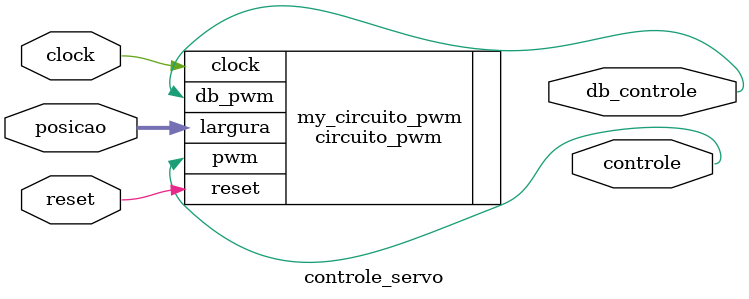
<source format=v>
module controle_servo (
 input wire clock,
 input wire reset,
 input wire [1:0] posicao,
 output wire controle,
 output wire db_controle
);

circuito_pwm #(
    .conf_periodo(1_000_000),
    .largura_000(50_000),
    .largura_001(66_666),
    .largura_010(83_333),
    .largura_011(100_000),
) my_circuito_pwm (
    .clock(clock),
    .reset(reset),
    .largura(posicao),
    .pwm(controle),
    .db_pwm(db_controle)
);

endmodule
</source>
